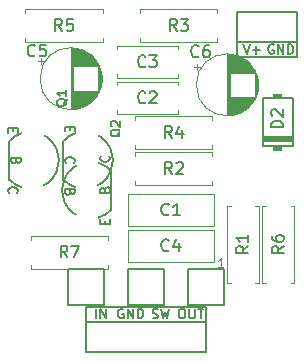
<source format=gto>
G04 #@! TF.GenerationSoftware,KiCad,Pcbnew,6.0.0+dfsg1-2*
G04 #@! TF.CreationDate,2022-01-11T20:51:10+02:00*
G04 #@! TF.ProjectId,cabeza-de-carne,63616265-7a61-42d6-9465-2d6361726e65,rev?*
G04 #@! TF.SameCoordinates,Original*
G04 #@! TF.FileFunction,Legend,Top*
G04 #@! TF.FilePolarity,Positive*
%FSLAX46Y46*%
G04 Gerber Fmt 4.6, Leading zero omitted, Abs format (unit mm)*
G04 Created by KiCad (PCBNEW 6.0.0+dfsg1-2) date 2022-01-11 20:51:10*
%MOMM*%
%LPD*%
G01*
G04 APERTURE LIST*
%ADD10C,0.150000*%
%ADD11C,0.100000*%
%ADD12C,0.152400*%
%ADD13C,0.127000*%
%ADD14C,0.120000*%
%ADD15O,1.930400X1.930400*%
%ADD16R,1.930400X1.930400*%
%ADD17R,2.000000X2.000000*%
%ADD18O,2.000000X2.000000*%
%ADD19C,1.800000*%
%ADD20R,1.800000X1.800000*%
%ADD21O,2.540000X2.540000*%
%ADD22R,2.540000X2.540000*%
%ADD23O,1.600000X1.600000*%
%ADD24C,1.600000*%
%ADD25R,1.600000X1.600000*%
G04 APERTURE END LIST*
D10*
X235483295Y43645709D02*
X235445200Y43569519D01*
X235369009Y43493328D01*
X235254723Y43379042D01*
X235216628Y43302852D01*
X235216628Y43226661D01*
X235407104Y43264757D02*
X235369009Y43188566D01*
X235292819Y43112376D01*
X235140438Y43074280D01*
X234873771Y43074280D01*
X234721390Y43112376D01*
X234645200Y43188566D01*
X234607104Y43264757D01*
X234607104Y43417138D01*
X234645200Y43493328D01*
X234721390Y43569519D01*
X234873771Y43607614D01*
X235140438Y43607614D01*
X235292819Y43569519D01*
X235369009Y43493328D01*
X235407104Y43417138D01*
X235407104Y43264757D01*
X234683295Y43912376D02*
X234645200Y43950471D01*
X234607104Y44026661D01*
X234607104Y44217138D01*
X234645200Y44293328D01*
X234683295Y44331423D01*
X234759485Y44369519D01*
X234835676Y44369519D01*
X234949961Y44331423D01*
X235407104Y43874280D01*
X235407104Y44369519D01*
X234422914Y41421019D02*
X234461009Y41382923D01*
X234499104Y41268638D01*
X234499104Y41192447D01*
X234461009Y41078161D01*
X234384819Y41001971D01*
X234308628Y40963876D01*
X234156247Y40925780D01*
X234041961Y40925780D01*
X233889580Y40963876D01*
X233813390Y41001971D01*
X233737200Y41078161D01*
X233699104Y41192447D01*
X233699104Y41268638D01*
X233737200Y41382923D01*
X233775295Y41421019D01*
X234080057Y38563542D02*
X234118152Y38677828D01*
X234156247Y38715923D01*
X234232438Y38754019D01*
X234346723Y38754019D01*
X234422914Y38715923D01*
X234461009Y38677828D01*
X234499104Y38601638D01*
X234499104Y38296876D01*
X233699104Y38296876D01*
X233699104Y38563542D01*
X233737200Y38639733D01*
X233775295Y38677828D01*
X233851485Y38715923D01*
X233927676Y38715923D01*
X234003866Y38677828D01*
X234041961Y38639733D01*
X234080057Y38563542D01*
X234080057Y38296876D01*
X234080057Y35667971D02*
X234080057Y35934638D01*
X234499104Y36048923D02*
X234499104Y35667971D01*
X233699104Y35667971D01*
X233699104Y36048923D01*
X231146342Y43884828D02*
X231146342Y43618161D01*
X230727295Y43503876D02*
X230727295Y43884828D01*
X231527295Y43884828D01*
X231527295Y43503876D01*
X230803485Y40798780D02*
X230765390Y40836876D01*
X230727295Y40951161D01*
X230727295Y41027352D01*
X230765390Y41141638D01*
X230841580Y41217828D01*
X230917771Y41255923D01*
X231070152Y41294019D01*
X231184438Y41294019D01*
X231336819Y41255923D01*
X231413009Y41217828D01*
X231489200Y41141638D01*
X231527295Y41027352D01*
X231527295Y40951161D01*
X231489200Y40836876D01*
X231451104Y40798780D01*
X231146342Y38322257D02*
X231108247Y38207971D01*
X231070152Y38169876D01*
X230993961Y38131780D01*
X230879676Y38131780D01*
X230803485Y38169876D01*
X230765390Y38207971D01*
X230727295Y38284161D01*
X230727295Y38588923D01*
X231527295Y38588923D01*
X231527295Y38322257D01*
X231489200Y38246066D01*
X231451104Y38207971D01*
X231374914Y38169876D01*
X231298723Y38169876D01*
X231222533Y38207971D01*
X231184438Y38246066D01*
X231146342Y38322257D01*
X231146342Y38588923D01*
X249169180Y43838904D02*
X248169180Y43838904D01*
X248169180Y44077000D01*
X248216800Y44219857D01*
X248312038Y44315095D01*
X248407276Y44362714D01*
X248597752Y44410333D01*
X248740609Y44410333D01*
X248931085Y44362714D01*
X249026323Y44315095D01*
X249121561Y44219857D01*
X249169180Y44077000D01*
X249169180Y43838904D01*
X248264419Y44791285D02*
X248216800Y44838904D01*
X248169180Y44934142D01*
X248169180Y45172238D01*
X248216800Y45267476D01*
X248264419Y45315095D01*
X248359657Y45362714D01*
X248454895Y45362714D01*
X248597752Y45315095D01*
X249169180Y44743666D01*
X249169180Y45362714D01*
D11*
X244124118Y31972188D02*
X243682883Y31972188D01*
X243903501Y31972188D02*
X243903501Y32744348D01*
X243829961Y32634039D01*
X243756422Y32560500D01*
X243682883Y32523731D01*
D10*
X230922533Y32813320D02*
X230589200Y33289510D01*
X230351104Y32813320D02*
X230351104Y33813320D01*
X230732057Y33813320D01*
X230827295Y33765701D01*
X230874914Y33718081D01*
X230922533Y33622843D01*
X230922533Y33479986D01*
X230874914Y33384748D01*
X230827295Y33337129D01*
X230732057Y33289510D01*
X230351104Y33289510D01*
X231255866Y33813320D02*
X231922533Y33813320D01*
X231493961Y32813320D01*
X249219980Y33767733D02*
X248743790Y33434400D01*
X249219980Y33196304D02*
X248219980Y33196304D01*
X248219980Y33577257D01*
X248267600Y33672495D01*
X248315219Y33720114D01*
X248410457Y33767733D01*
X248553314Y33767733D01*
X248648552Y33720114D01*
X248696171Y33672495D01*
X248743790Y33577257D01*
X248743790Y33196304D01*
X248219980Y34624876D02*
X248219980Y34434400D01*
X248267600Y34339161D01*
X248315219Y34291542D01*
X248458076Y34196304D01*
X248648552Y34148685D01*
X249029504Y34148685D01*
X249124742Y34196304D01*
X249172361Y34243923D01*
X249219980Y34339161D01*
X249219980Y34529638D01*
X249172361Y34624876D01*
X249124742Y34672495D01*
X249029504Y34720114D01*
X248791409Y34720114D01*
X248696171Y34672495D01*
X248648552Y34624876D01*
X248600933Y34529638D01*
X248600933Y34339161D01*
X248648552Y34243923D01*
X248696171Y34196304D01*
X248791409Y34148685D01*
X230465333Y51998619D02*
X230132000Y52474809D01*
X229893904Y51998619D02*
X229893904Y52998619D01*
X230274857Y52998619D01*
X230370095Y52951000D01*
X230417714Y52903380D01*
X230465333Y52808142D01*
X230465333Y52665285D01*
X230417714Y52570047D01*
X230370095Y52522428D01*
X230274857Y52474809D01*
X229893904Y52474809D01*
X231370095Y52998619D02*
X230893904Y52998619D01*
X230846285Y52522428D01*
X230893904Y52570047D01*
X230989142Y52617666D01*
X231227238Y52617666D01*
X231322476Y52570047D01*
X231370095Y52522428D01*
X231417714Y52427190D01*
X231417714Y52189095D01*
X231370095Y52093857D01*
X231322476Y52046238D01*
X231227238Y51998619D01*
X230989142Y51998619D01*
X230893904Y52046238D01*
X230846285Y52093857D01*
X239761733Y42930819D02*
X239428400Y43407009D01*
X239190304Y42930819D02*
X239190304Y43930819D01*
X239571257Y43930819D01*
X239666495Y43883200D01*
X239714114Y43835580D01*
X239761733Y43740342D01*
X239761733Y43597485D01*
X239714114Y43502247D01*
X239666495Y43454628D01*
X239571257Y43407009D01*
X239190304Y43407009D01*
X240618876Y43597485D02*
X240618876Y42930819D01*
X240380780Y43978438D02*
X240142685Y43264152D01*
X240761733Y43264152D01*
X240180833Y51998619D02*
X239847500Y52474809D01*
X239609404Y51998619D02*
X239609404Y52998619D01*
X239990357Y52998619D01*
X240085595Y52951000D01*
X240133214Y52903380D01*
X240180833Y52808142D01*
X240180833Y52665285D01*
X240133214Y52570047D01*
X240085595Y52522428D01*
X239990357Y52474809D01*
X239609404Y52474809D01*
X240514166Y52998619D02*
X241133214Y52998619D01*
X240799880Y52617666D01*
X240942738Y52617666D01*
X241037976Y52570047D01*
X241085595Y52522428D01*
X241133214Y52427190D01*
X241133214Y52189095D01*
X241085595Y52093857D01*
X241037976Y52046238D01*
X240942738Y51998619D01*
X240657023Y51998619D01*
X240561785Y52046238D01*
X240514166Y52093857D01*
X239761733Y39882819D02*
X239428400Y40359009D01*
X239190304Y39882819D02*
X239190304Y40882819D01*
X239571257Y40882819D01*
X239666495Y40835200D01*
X239714114Y40787580D01*
X239761733Y40692342D01*
X239761733Y40549485D01*
X239714114Y40454247D01*
X239666495Y40406628D01*
X239571257Y40359009D01*
X239190304Y40359009D01*
X240142685Y40787580D02*
X240190304Y40835200D01*
X240285542Y40882819D01*
X240523638Y40882819D01*
X240618876Y40835200D01*
X240666495Y40787580D01*
X240714114Y40692342D01*
X240714114Y40597104D01*
X240666495Y40454247D01*
X240095066Y39882819D01*
X240714114Y39882819D01*
X246222780Y33767733D02*
X245746590Y33434400D01*
X246222780Y33196304D02*
X245222780Y33196304D01*
X245222780Y33577257D01*
X245270400Y33672495D01*
X245318019Y33720114D01*
X245413257Y33767733D01*
X245556114Y33767733D01*
X245651352Y33720114D01*
X245698971Y33672495D01*
X245746590Y33577257D01*
X245746590Y33196304D01*
X246222780Y34720114D02*
X246222780Y34148685D01*
X246222780Y34434400D02*
X245222780Y34434400D01*
X245365638Y34339161D01*
X245460876Y34243923D01*
X245508495Y34148685D01*
X230911295Y46236509D02*
X230873200Y46160319D01*
X230797009Y46084128D01*
X230682723Y45969842D01*
X230644628Y45893652D01*
X230644628Y45817461D01*
X230835104Y45855557D02*
X230797009Y45779366D01*
X230720819Y45703176D01*
X230568438Y45665080D01*
X230301771Y45665080D01*
X230149390Y45703176D01*
X230073200Y45779366D01*
X230035104Y45855557D01*
X230035104Y46007938D01*
X230073200Y46084128D01*
X230149390Y46160319D01*
X230301771Y46198414D01*
X230568438Y46198414D01*
X230720819Y46160319D01*
X230797009Y46084128D01*
X230835104Y46007938D01*
X230835104Y45855557D01*
X230835104Y46960319D02*
X230835104Y46503176D01*
X230835104Y46731747D02*
X230035104Y46731747D01*
X230149390Y46655557D01*
X230225580Y46579366D01*
X230263676Y46503176D01*
X226574342Y40989257D02*
X226536247Y40874971D01*
X226498152Y40836876D01*
X226421961Y40798780D01*
X226307676Y40798780D01*
X226231485Y40836876D01*
X226193390Y40874971D01*
X226155295Y40951161D01*
X226155295Y41255923D01*
X226955295Y41255923D01*
X226955295Y40989257D01*
X226917200Y40913066D01*
X226879104Y40874971D01*
X226802914Y40836876D01*
X226726723Y40836876D01*
X226650533Y40874971D01*
X226612438Y40913066D01*
X226574342Y40989257D01*
X226574342Y41255923D01*
X225977485Y38258780D02*
X225939390Y38296876D01*
X225901295Y38411161D01*
X225901295Y38487352D01*
X225939390Y38601638D01*
X226015580Y38677828D01*
X226091771Y38715923D01*
X226244152Y38754019D01*
X226358438Y38754019D01*
X226510819Y38715923D01*
X226587009Y38677828D01*
X226663200Y38601638D01*
X226701295Y38487352D01*
X226701295Y38411161D01*
X226663200Y38296876D01*
X226625104Y38258780D01*
X226320342Y43757828D02*
X226320342Y43491161D01*
X225901295Y43376876D02*
X225901295Y43757828D01*
X226701295Y43757828D01*
X226701295Y43376876D01*
X245821295Y50882495D02*
X246087961Y50082495D01*
X246354628Y50882495D01*
X246621295Y50387257D02*
X247230819Y50387257D01*
X246926057Y50082495D02*
X246926057Y50692019D01*
X248373976Y50819000D02*
X248297785Y50857095D01*
X248183500Y50857095D01*
X248069214Y50819000D01*
X247993023Y50742809D01*
X247954928Y50666619D01*
X247916833Y50514238D01*
X247916833Y50399952D01*
X247954928Y50247571D01*
X247993023Y50171380D01*
X248069214Y50095190D01*
X248183500Y50057095D01*
X248259690Y50057095D01*
X248373976Y50095190D01*
X248412071Y50133285D01*
X248412071Y50399952D01*
X248259690Y50399952D01*
X248754928Y50057095D02*
X248754928Y50857095D01*
X249212071Y50057095D01*
X249212071Y50857095D01*
X249593023Y50057095D02*
X249593023Y50857095D01*
X249783500Y50857095D01*
X249897785Y50819000D01*
X249973976Y50742809D01*
X250012071Y50666619D01*
X250050166Y50514238D01*
X250050166Y50399952D01*
X250012071Y50247571D01*
X249973976Y50171380D01*
X249897785Y50095190D01*
X249783500Y50057095D01*
X249593023Y50057095D01*
X240550800Y28454295D02*
X240703180Y28454295D01*
X240779371Y28416200D01*
X240855561Y28340009D01*
X240893657Y28187628D01*
X240893657Y27920961D01*
X240855561Y27768580D01*
X240779371Y27692390D01*
X240703180Y27654295D01*
X240550800Y27654295D01*
X240474609Y27692390D01*
X240398419Y27768580D01*
X240360323Y27920961D01*
X240360323Y28187628D01*
X240398419Y28340009D01*
X240474609Y28416200D01*
X240550800Y28454295D01*
X241236514Y28454295D02*
X241236514Y27806676D01*
X241274609Y27730485D01*
X241312704Y27692390D01*
X241388895Y27654295D01*
X241541276Y27654295D01*
X241617466Y27692390D01*
X241655561Y27730485D01*
X241693657Y27806676D01*
X241693657Y28454295D01*
X241960323Y28454295D02*
X242417466Y28454295D01*
X242188895Y27654295D02*
X242188895Y28454295D01*
X238125085Y27692390D02*
X238239371Y27654295D01*
X238429847Y27654295D01*
X238506038Y27692390D01*
X238544133Y27730485D01*
X238582228Y27806676D01*
X238582228Y27882866D01*
X238544133Y27959057D01*
X238506038Y27997152D01*
X238429847Y28035247D01*
X238277466Y28073342D01*
X238201276Y28111438D01*
X238163180Y28149533D01*
X238125085Y28225723D01*
X238125085Y28301914D01*
X238163180Y28378104D01*
X238201276Y28416200D01*
X238277466Y28454295D01*
X238467942Y28454295D01*
X238582228Y28416200D01*
X238848895Y28454295D02*
X239039371Y27654295D01*
X239191752Y28225723D01*
X239344133Y27654295D01*
X239534609Y28454295D01*
X235661276Y28416200D02*
X235585085Y28454295D01*
X235470800Y28454295D01*
X235356514Y28416200D01*
X235280323Y28340009D01*
X235242228Y28263819D01*
X235204133Y28111438D01*
X235204133Y27997152D01*
X235242228Y27844771D01*
X235280323Y27768580D01*
X235356514Y27692390D01*
X235470800Y27654295D01*
X235546990Y27654295D01*
X235661276Y27692390D01*
X235699371Y27730485D01*
X235699371Y27997152D01*
X235546990Y27997152D01*
X236042228Y27654295D02*
X236042228Y28454295D01*
X236499371Y27654295D01*
X236499371Y28454295D01*
X236880323Y27654295D02*
X236880323Y28454295D01*
X237070800Y28454295D01*
X237185085Y28416200D01*
X237261276Y28340009D01*
X237299371Y28263819D01*
X237337466Y28111438D01*
X237337466Y27997152D01*
X237299371Y27844771D01*
X237261276Y27768580D01*
X237185085Y27692390D01*
X237070800Y27654295D01*
X236880323Y27654295D01*
X233311752Y27654295D02*
X233311752Y28454295D01*
X233692704Y27654295D02*
X233692704Y28454295D01*
X234149847Y27654295D01*
X234149847Y28454295D01*
X242022333Y49871357D02*
X241974714Y49823738D01*
X241831857Y49776119D01*
X241736619Y49776119D01*
X241593761Y49823738D01*
X241498523Y49918976D01*
X241450904Y50014214D01*
X241403285Y50204690D01*
X241403285Y50347547D01*
X241450904Y50538023D01*
X241498523Y50633261D01*
X241593761Y50728500D01*
X241736619Y50776119D01*
X241831857Y50776119D01*
X241974714Y50728500D01*
X242022333Y50680880D01*
X242879476Y50776119D02*
X242689000Y50776119D01*
X242593761Y50728500D01*
X242546142Y50680880D01*
X242450904Y50538023D01*
X242403285Y50347547D01*
X242403285Y49966595D01*
X242450904Y49871357D01*
X242498523Y49823738D01*
X242593761Y49776119D01*
X242784238Y49776119D01*
X242879476Y49823738D01*
X242927095Y49871357D01*
X242974714Y49966595D01*
X242974714Y50204690D01*
X242927095Y50299928D01*
X242879476Y50347547D01*
X242784238Y50395166D01*
X242593761Y50395166D01*
X242498523Y50347547D01*
X242450904Y50299928D01*
X242403285Y50204690D01*
X228179333Y49934857D02*
X228131714Y49887238D01*
X227988857Y49839619D01*
X227893619Y49839619D01*
X227750761Y49887238D01*
X227655523Y49982476D01*
X227607904Y50077714D01*
X227560285Y50268190D01*
X227560285Y50411047D01*
X227607904Y50601523D01*
X227655523Y50696761D01*
X227750761Y50792000D01*
X227893619Y50839619D01*
X227988857Y50839619D01*
X228131714Y50792000D01*
X228179333Y50744380D01*
X229084095Y50839619D02*
X228607904Y50839619D01*
X228560285Y50363428D01*
X228607904Y50411047D01*
X228703142Y50458666D01*
X228941238Y50458666D01*
X229036476Y50411047D01*
X229084095Y50363428D01*
X229131714Y50268190D01*
X229131714Y50030095D01*
X229084095Y49934857D01*
X229036476Y49887238D01*
X228941238Y49839619D01*
X228703142Y49839619D01*
X228607904Y49887238D01*
X228560285Y49934857D01*
X239495033Y33437557D02*
X239447414Y33389938D01*
X239304557Y33342319D01*
X239209319Y33342319D01*
X239066461Y33389938D01*
X238971223Y33485176D01*
X238923604Y33580414D01*
X238875985Y33770890D01*
X238875985Y33913747D01*
X238923604Y34104223D01*
X238971223Y34199461D01*
X239066461Y34294700D01*
X239209319Y34342319D01*
X239304557Y34342319D01*
X239447414Y34294700D01*
X239495033Y34247080D01*
X240352176Y34008985D02*
X240352176Y33342319D01*
X240114080Y34389938D02*
X239875985Y33675652D01*
X240495033Y33675652D01*
X237513833Y49020457D02*
X237466214Y48972838D01*
X237323357Y48925219D01*
X237228119Y48925219D01*
X237085261Y48972838D01*
X236990023Y49068076D01*
X236942404Y49163314D01*
X236894785Y49353790D01*
X236894785Y49496647D01*
X236942404Y49687123D01*
X236990023Y49782361D01*
X237085261Y49877600D01*
X237228119Y49925219D01*
X237323357Y49925219D01*
X237466214Y49877600D01*
X237513833Y49829980D01*
X237847166Y49925219D02*
X238466214Y49925219D01*
X238132880Y49544266D01*
X238275738Y49544266D01*
X238370976Y49496647D01*
X238418595Y49449028D01*
X238466214Y49353790D01*
X238466214Y49115695D01*
X238418595Y49020457D01*
X238370976Y48972838D01*
X238275738Y48925219D01*
X237990023Y48925219D01*
X237894785Y48972838D01*
X237847166Y49020457D01*
X237513833Y45972457D02*
X237466214Y45924838D01*
X237323357Y45877219D01*
X237228119Y45877219D01*
X237085261Y45924838D01*
X236990023Y46020076D01*
X236942404Y46115314D01*
X236894785Y46305790D01*
X236894785Y46448647D01*
X236942404Y46639123D01*
X236990023Y46734361D01*
X237085261Y46829600D01*
X237228119Y46877219D01*
X237323357Y46877219D01*
X237466214Y46829600D01*
X237513833Y46781980D01*
X237894785Y46781980D02*
X237942404Y46829600D01*
X238037642Y46877219D01*
X238275738Y46877219D01*
X238370976Y46829600D01*
X238418595Y46781980D01*
X238466214Y46686742D01*
X238466214Y46591504D01*
X238418595Y46448647D01*
X237847166Y45877219D01*
X238466214Y45877219D01*
X239495033Y36472857D02*
X239447414Y36425238D01*
X239304557Y36377619D01*
X239209319Y36377619D01*
X239066461Y36425238D01*
X238971223Y36520476D01*
X238923604Y36615714D01*
X238875985Y36806190D01*
X238875985Y36949047D01*
X238923604Y37139523D01*
X238971223Y37234761D01*
X239066461Y37330000D01*
X239209319Y37377619D01*
X239304557Y37377619D01*
X239447414Y37330000D01*
X239495033Y37282380D01*
X240447414Y36377619D02*
X239875985Y36377619D01*
X240161700Y36377619D02*
X240161700Y37377619D01*
X240066461Y37234761D01*
X239971223Y37139523D01*
X239875985Y37091904D01*
D12*
X234645217Y36875100D02*
X234645217Y40137100D01*
X230657417Y39475300D02*
G75*
G03*
X230657417Y37536900I2209800J-969200D01*
G01*
X234645218Y40137101D02*
G75*
G03*
X230657417Y39475000I-1778018J-1631301D01*
G01*
X230657418Y37537201D02*
G75*
G03*
X234645217Y36875100I2209782J969199D01*
G01*
X234568983Y40077500D02*
G75*
G03*
X234568983Y42015900I-2209800J969200D01*
G01*
X234568982Y42015599D02*
G75*
G03*
X230581183Y42677700I-2209782J-969199D01*
G01*
X230581182Y39415699D02*
G75*
G03*
X234568983Y40077800I1778018J1631301D01*
G01*
X230581183Y42677700D02*
X230581183Y39415700D01*
X249986800Y46291500D02*
X249986800Y42227500D01*
X249986800Y46291500D02*
X247446800Y46291500D01*
X247446800Y42227500D02*
X247446800Y46291500D01*
X247446800Y42227500D02*
X249986800Y42227500D01*
G36*
X249986800Y42608500D02*
G01*
X247446800Y42608500D01*
X247446800Y43116500D01*
X249986800Y43116500D01*
X249986800Y42608500D01*
G37*
G36*
X249097800Y41846500D02*
G01*
X248335800Y41846500D01*
X248335800Y42227500D01*
X249097800Y42227500D01*
X249097800Y41846500D01*
G37*
G36*
X249097800Y46291500D02*
G01*
X248335800Y46291500D01*
X248335800Y46672500D01*
X249097800Y46672500D01*
X249097800Y46291500D01*
G37*
D13*
X244157501Y28765499D02*
X244157501Y31813499D01*
X241109501Y28765499D02*
X244157501Y28765499D01*
X241109501Y31813499D02*
X241109501Y28765499D01*
X239077501Y28765499D02*
X239077501Y31813499D01*
X236029501Y28765499D02*
X239077501Y28765499D01*
X236029501Y31813499D02*
X236029501Y28765499D01*
X233997501Y28765499D02*
X233997501Y31813499D01*
X230949501Y28765499D02*
X233997501Y28765499D01*
X230949501Y31813499D02*
X230949501Y28765499D01*
X241109501Y31813499D02*
X244157501Y31813499D01*
X236029501Y31813499D02*
X239077501Y31813499D01*
X230949501Y31813499D02*
X233997501Y31813499D01*
D14*
X227819200Y34593200D02*
X227819200Y34263200D01*
X234359200Y34593200D02*
X227819200Y34593200D01*
X234359200Y34263200D02*
X234359200Y34593200D01*
X227819200Y31853200D02*
X227819200Y32183200D01*
X234359200Y31853200D02*
X227819200Y31853200D01*
X234359200Y32183200D02*
X234359200Y31853200D01*
X250137600Y37204400D02*
X249807600Y37204400D01*
X250137600Y30664400D02*
X250137600Y37204400D01*
X249807600Y30664400D02*
X250137600Y30664400D01*
X247397600Y37204400D02*
X247727600Y37204400D01*
X247397600Y30664400D02*
X247397600Y37204400D01*
X247727600Y30664400D02*
X247397600Y30664400D01*
X233902000Y51081000D02*
X233902000Y51411000D01*
X227362000Y51081000D02*
X233902000Y51081000D01*
X227362000Y51411000D02*
X227362000Y51081000D01*
X233902000Y53821000D02*
X233902000Y53491000D01*
X227362000Y53821000D02*
X233902000Y53821000D01*
X227362000Y53491000D02*
X227362000Y53821000D01*
X243198400Y42013200D02*
X243198400Y42343200D01*
X236658400Y42013200D02*
X243198400Y42013200D01*
X236658400Y42343200D02*
X236658400Y42013200D01*
X243198400Y44753200D02*
X243198400Y44423200D01*
X236658400Y44753200D02*
X243198400Y44753200D01*
X236658400Y44423200D02*
X236658400Y44753200D01*
X237077500Y53821000D02*
X237077500Y53491000D01*
X243617500Y53821000D02*
X237077500Y53821000D01*
X243617500Y53491000D02*
X243617500Y53821000D01*
X237077500Y51081000D02*
X237077500Y51411000D01*
X243617500Y51081000D02*
X237077500Y51081000D01*
X243617500Y51411000D02*
X243617500Y51081000D01*
X236658400Y41705200D02*
X236658400Y41375200D01*
X243198400Y41705200D02*
X236658400Y41705200D01*
X243198400Y41375200D02*
X243198400Y41705200D01*
X236658400Y38965200D02*
X236658400Y39295200D01*
X243198400Y38965200D02*
X236658400Y38965200D01*
X243198400Y39295200D02*
X243198400Y38965200D01*
X244400400Y30664400D02*
X244730400Y30664400D01*
X244400400Y37204400D02*
X244400400Y30664400D01*
X244730400Y37204400D02*
X244400400Y37204400D01*
X247140400Y30664400D02*
X246810400Y30664400D01*
X247140400Y37204400D02*
X247140400Y30664400D01*
X246810400Y37204400D02*
X247140400Y37204400D01*
D12*
X226009183Y42677700D02*
X226009183Y39415700D01*
X226009182Y39415699D02*
G75*
G03*
X229996983Y40077800I1778018J1631301D01*
G01*
X229996982Y42015599D02*
G75*
G03*
X226009183Y42677700I-2209782J-969199D01*
G01*
X229996983Y40077500D02*
G75*
G03*
X229996983Y42015900I-2209800J969200D01*
G01*
D13*
X245237000Y53594000D02*
X250317000Y53594000D01*
X250317000Y51054000D02*
X245237000Y51054000D01*
X245237000Y51054000D02*
X245237000Y53594000D01*
X250317000Y51054000D02*
X250317000Y53594000D01*
X250317000Y49784000D02*
X245237000Y49784000D01*
X245237000Y49784000D02*
X245237000Y51054000D01*
X250317000Y49784000D02*
X250317000Y51054000D01*
X242620800Y27381200D02*
X242620800Y28651200D01*
X232460800Y27381200D02*
X232460800Y28651200D01*
X242620800Y28651200D02*
X232460800Y28651200D01*
X242620800Y24841200D02*
X242620800Y27381200D01*
X232460800Y24841200D02*
X232460800Y27381200D01*
X242620800Y24841200D02*
X232460800Y24841200D01*
X232460800Y27381200D02*
X242620800Y27381200D01*
D14*
X241900225Y49159500D02*
X241900225Y48659500D01*
X241650225Y48909500D02*
X242150225Y48909500D01*
X247056000Y47718500D02*
X247056000Y47150500D01*
X247016000Y47952500D02*
X247016000Y46916500D01*
X246976000Y48111500D02*
X246976000Y46757500D01*
X246936000Y48239500D02*
X246936000Y46629500D01*
X246896000Y48349500D02*
X246896000Y46519500D01*
X246856000Y48445500D02*
X246856000Y46423500D01*
X246816000Y48532500D02*
X246816000Y46336500D01*
X246776000Y48612500D02*
X246776000Y46256500D01*
X246736000Y46394500D02*
X246736000Y46183500D01*
X246736000Y48685500D02*
X246736000Y48474500D01*
X246696000Y46394500D02*
X246696000Y46115500D01*
X246696000Y48753500D02*
X246696000Y48474500D01*
X246656000Y46394500D02*
X246656000Y46051500D01*
X246656000Y48817500D02*
X246656000Y48474500D01*
X246616000Y46394500D02*
X246616000Y45991500D01*
X246616000Y48877500D02*
X246616000Y48474500D01*
X246576000Y46394500D02*
X246576000Y45934500D01*
X246576000Y48934500D02*
X246576000Y48474500D01*
X246536000Y46394500D02*
X246536000Y45880500D01*
X246536000Y48988500D02*
X246536000Y48474500D01*
X246496000Y46394500D02*
X246496000Y45829500D01*
X246496000Y49039500D02*
X246496000Y48474500D01*
X246456000Y46394500D02*
X246456000Y45781500D01*
X246456000Y49087500D02*
X246456000Y48474500D01*
X246416000Y46394500D02*
X246416000Y45735500D01*
X246416000Y49133500D02*
X246416000Y48474500D01*
X246376000Y46394500D02*
X246376000Y45691500D01*
X246376000Y49177500D02*
X246376000Y48474500D01*
X246336000Y46394500D02*
X246336000Y45649500D01*
X246336000Y49219500D02*
X246336000Y48474500D01*
X246296000Y46394500D02*
X246296000Y45608500D01*
X246296000Y49260500D02*
X246296000Y48474500D01*
X246256000Y46394500D02*
X246256000Y45570500D01*
X246256000Y49298500D02*
X246256000Y48474500D01*
X246216000Y46394500D02*
X246216000Y45533500D01*
X246216000Y49335500D02*
X246216000Y48474500D01*
X246176000Y46394500D02*
X246176000Y45497500D01*
X246176000Y49371500D02*
X246176000Y48474500D01*
X246136000Y46394500D02*
X246136000Y45463500D01*
X246136000Y49405500D02*
X246136000Y48474500D01*
X246096000Y46394500D02*
X246096000Y45430500D01*
X246096000Y49438500D02*
X246096000Y48474500D01*
X246056000Y46394500D02*
X246056000Y45399500D01*
X246056000Y49469500D02*
X246056000Y48474500D01*
X246016000Y46394500D02*
X246016000Y45369500D01*
X246016000Y49499500D02*
X246016000Y48474500D01*
X245976000Y46394500D02*
X245976000Y45339500D01*
X245976000Y49529500D02*
X245976000Y48474500D01*
X245936000Y46394500D02*
X245936000Y45312500D01*
X245936000Y49556500D02*
X245936000Y48474500D01*
X245896000Y46394500D02*
X245896000Y45285500D01*
X245896000Y49583500D02*
X245896000Y48474500D01*
X245856000Y46394500D02*
X245856000Y45259500D01*
X245856000Y49609500D02*
X245856000Y48474500D01*
X245816000Y46394500D02*
X245816000Y45234500D01*
X245816000Y49634500D02*
X245816000Y48474500D01*
X245776000Y46394500D02*
X245776000Y45210500D01*
X245776000Y49658500D02*
X245776000Y48474500D01*
X245736000Y46394500D02*
X245736000Y45187500D01*
X245736000Y49681500D02*
X245736000Y48474500D01*
X245696000Y46394500D02*
X245696000Y45166500D01*
X245696000Y49702500D02*
X245696000Y48474500D01*
X245656000Y46394500D02*
X245656000Y45144500D01*
X245656000Y49724500D02*
X245656000Y48474500D01*
X245616000Y46394500D02*
X245616000Y45124500D01*
X245616000Y49744500D02*
X245616000Y48474500D01*
X245576000Y46394500D02*
X245576000Y45105500D01*
X245576000Y49763500D02*
X245576000Y48474500D01*
X245536000Y46394500D02*
X245536000Y45086500D01*
X245536000Y49782500D02*
X245536000Y48474500D01*
X245496000Y46394500D02*
X245496000Y45069500D01*
X245496000Y49799500D02*
X245496000Y48474500D01*
X245456000Y46394500D02*
X245456000Y45052500D01*
X245456000Y49816500D02*
X245456000Y48474500D01*
X245416000Y46394500D02*
X245416000Y45036500D01*
X245416000Y49832500D02*
X245416000Y48474500D01*
X245376000Y46394500D02*
X245376000Y45020500D01*
X245376000Y49848500D02*
X245376000Y48474500D01*
X245336000Y46394500D02*
X245336000Y45006500D01*
X245336000Y49862500D02*
X245336000Y48474500D01*
X245296000Y46394500D02*
X245296000Y44992500D01*
X245296000Y49876500D02*
X245296000Y48474500D01*
X245256000Y46394500D02*
X245256000Y44979500D01*
X245256000Y49889500D02*
X245256000Y48474500D01*
X245216000Y46394500D02*
X245216000Y44966500D01*
X245216000Y49902500D02*
X245216000Y48474500D01*
X245176000Y46394500D02*
X245176000Y44954500D01*
X245176000Y49914500D02*
X245176000Y48474500D01*
X245135000Y46394500D02*
X245135000Y44943500D01*
X245135000Y49925500D02*
X245135000Y48474500D01*
X245095000Y46394500D02*
X245095000Y44933500D01*
X245095000Y49935500D02*
X245095000Y48474500D01*
X245055000Y46394500D02*
X245055000Y44923500D01*
X245055000Y49945500D02*
X245055000Y48474500D01*
X245015000Y46394500D02*
X245015000Y44914500D01*
X245015000Y49954500D02*
X245015000Y48474500D01*
X244975000Y46394500D02*
X244975000Y44906500D01*
X244975000Y49962500D02*
X244975000Y48474500D01*
X244935000Y46394500D02*
X244935000Y44898500D01*
X244935000Y49970500D02*
X244935000Y48474500D01*
X244895000Y46394500D02*
X244895000Y44891500D01*
X244895000Y49977500D02*
X244895000Y48474500D01*
X244855000Y46394500D02*
X244855000Y44884500D01*
X244855000Y49984500D02*
X244855000Y48474500D01*
X244815000Y46394500D02*
X244815000Y44878500D01*
X244815000Y49990500D02*
X244815000Y48474500D01*
X244775000Y46394500D02*
X244775000Y44873500D01*
X244775000Y49995500D02*
X244775000Y48474500D01*
X244735000Y46394500D02*
X244735000Y44869500D01*
X244735000Y49999500D02*
X244735000Y48474500D01*
X244695000Y46394500D02*
X244695000Y44865500D01*
X244695000Y50003500D02*
X244695000Y48474500D01*
X244655000Y50007500D02*
X244655000Y44861500D01*
X244615000Y50010500D02*
X244615000Y44858500D01*
X244575000Y50012500D02*
X244575000Y44856500D01*
X244535000Y50013500D02*
X244535000Y44855500D01*
X244495000Y50014500D02*
X244495000Y44854500D01*
X244455000Y50014500D02*
X244455000Y44854500D01*
X247075000Y47434500D02*
G75*
G03*
X247075000Y47434500I-2620000J0D01*
G01*
X228666825Y49680200D02*
X228666825Y49180200D01*
X228416825Y49430200D02*
X228916825Y49430200D01*
X233822600Y48239200D02*
X233822600Y47671200D01*
X233782600Y48473200D02*
X233782600Y47437200D01*
X233742600Y48632200D02*
X233742600Y47278200D01*
X233702600Y48760200D02*
X233702600Y47150200D01*
X233662600Y48870200D02*
X233662600Y47040200D01*
X233622600Y48966200D02*
X233622600Y46944200D01*
X233582600Y49053200D02*
X233582600Y46857200D01*
X233542600Y49133200D02*
X233542600Y46777200D01*
X233502600Y46915200D02*
X233502600Y46704200D01*
X233502600Y49206200D02*
X233502600Y48995200D01*
X233462600Y46915200D02*
X233462600Y46636200D01*
X233462600Y49274200D02*
X233462600Y48995200D01*
X233422600Y46915200D02*
X233422600Y46572200D01*
X233422600Y49338200D02*
X233422600Y48995200D01*
X233382600Y46915200D02*
X233382600Y46512200D01*
X233382600Y49398200D02*
X233382600Y48995200D01*
X233342600Y46915200D02*
X233342600Y46455200D01*
X233342600Y49455200D02*
X233342600Y48995200D01*
X233302600Y46915200D02*
X233302600Y46401200D01*
X233302600Y49509200D02*
X233302600Y48995200D01*
X233262600Y46915200D02*
X233262600Y46350200D01*
X233262600Y49560200D02*
X233262600Y48995200D01*
X233222600Y46915200D02*
X233222600Y46302200D01*
X233222600Y49608200D02*
X233222600Y48995200D01*
X233182600Y46915200D02*
X233182600Y46256200D01*
X233182600Y49654200D02*
X233182600Y48995200D01*
X233142600Y46915200D02*
X233142600Y46212200D01*
X233142600Y49698200D02*
X233142600Y48995200D01*
X233102600Y46915200D02*
X233102600Y46170200D01*
X233102600Y49740200D02*
X233102600Y48995200D01*
X233062600Y46915200D02*
X233062600Y46129200D01*
X233062600Y49781200D02*
X233062600Y48995200D01*
X233022600Y46915200D02*
X233022600Y46091200D01*
X233022600Y49819200D02*
X233022600Y48995200D01*
X232982600Y46915200D02*
X232982600Y46054200D01*
X232982600Y49856200D02*
X232982600Y48995200D01*
X232942600Y46915200D02*
X232942600Y46018200D01*
X232942600Y49892200D02*
X232942600Y48995200D01*
X232902600Y46915200D02*
X232902600Y45984200D01*
X232902600Y49926200D02*
X232902600Y48995200D01*
X232862600Y46915200D02*
X232862600Y45951200D01*
X232862600Y49959200D02*
X232862600Y48995200D01*
X232822600Y46915200D02*
X232822600Y45920200D01*
X232822600Y49990200D02*
X232822600Y48995200D01*
X232782600Y46915200D02*
X232782600Y45890200D01*
X232782600Y50020200D02*
X232782600Y48995200D01*
X232742600Y46915200D02*
X232742600Y45860200D01*
X232742600Y50050200D02*
X232742600Y48995200D01*
X232702600Y46915200D02*
X232702600Y45833200D01*
X232702600Y50077200D02*
X232702600Y48995200D01*
X232662600Y46915200D02*
X232662600Y45806200D01*
X232662600Y50104200D02*
X232662600Y48995200D01*
X232622600Y46915200D02*
X232622600Y45780200D01*
X232622600Y50130200D02*
X232622600Y48995200D01*
X232582600Y46915200D02*
X232582600Y45755200D01*
X232582600Y50155200D02*
X232582600Y48995200D01*
X232542600Y46915200D02*
X232542600Y45731200D01*
X232542600Y50179200D02*
X232542600Y48995200D01*
X232502600Y46915200D02*
X232502600Y45708200D01*
X232502600Y50202200D02*
X232502600Y48995200D01*
X232462600Y46915200D02*
X232462600Y45687200D01*
X232462600Y50223200D02*
X232462600Y48995200D01*
X232422600Y46915200D02*
X232422600Y45665200D01*
X232422600Y50245200D02*
X232422600Y48995200D01*
X232382600Y46915200D02*
X232382600Y45645200D01*
X232382600Y50265200D02*
X232382600Y48995200D01*
X232342600Y46915200D02*
X232342600Y45626200D01*
X232342600Y50284200D02*
X232342600Y48995200D01*
X232302600Y46915200D02*
X232302600Y45607200D01*
X232302600Y50303200D02*
X232302600Y48995200D01*
X232262600Y46915200D02*
X232262600Y45590200D01*
X232262600Y50320200D02*
X232262600Y48995200D01*
X232222600Y46915200D02*
X232222600Y45573200D01*
X232222600Y50337200D02*
X232222600Y48995200D01*
X232182600Y46915200D02*
X232182600Y45557200D01*
X232182600Y50353200D02*
X232182600Y48995200D01*
X232142600Y46915200D02*
X232142600Y45541200D01*
X232142600Y50369200D02*
X232142600Y48995200D01*
X232102600Y46915200D02*
X232102600Y45527200D01*
X232102600Y50383200D02*
X232102600Y48995200D01*
X232062600Y46915200D02*
X232062600Y45513200D01*
X232062600Y50397200D02*
X232062600Y48995200D01*
X232022600Y46915200D02*
X232022600Y45500200D01*
X232022600Y50410200D02*
X232022600Y48995200D01*
X231982600Y46915200D02*
X231982600Y45487200D01*
X231982600Y50423200D02*
X231982600Y48995200D01*
X231942600Y46915200D02*
X231942600Y45475200D01*
X231942600Y50435200D02*
X231942600Y48995200D01*
X231901600Y46915200D02*
X231901600Y45464200D01*
X231901600Y50446200D02*
X231901600Y48995200D01*
X231861600Y46915200D02*
X231861600Y45454200D01*
X231861600Y50456200D02*
X231861600Y48995200D01*
X231821600Y46915200D02*
X231821600Y45444200D01*
X231821600Y50466200D02*
X231821600Y48995200D01*
X231781600Y46915200D02*
X231781600Y45435200D01*
X231781600Y50475200D02*
X231781600Y48995200D01*
X231741600Y46915200D02*
X231741600Y45427200D01*
X231741600Y50483200D02*
X231741600Y48995200D01*
X231701600Y46915200D02*
X231701600Y45419200D01*
X231701600Y50491200D02*
X231701600Y48995200D01*
X231661600Y46915200D02*
X231661600Y45412200D01*
X231661600Y50498200D02*
X231661600Y48995200D01*
X231621600Y46915200D02*
X231621600Y45405200D01*
X231621600Y50505200D02*
X231621600Y48995200D01*
X231581600Y46915200D02*
X231581600Y45399200D01*
X231581600Y50511200D02*
X231581600Y48995200D01*
X231541600Y46915200D02*
X231541600Y45394200D01*
X231541600Y50516200D02*
X231541600Y48995200D01*
X231501600Y46915200D02*
X231501600Y45390200D01*
X231501600Y50520200D02*
X231501600Y48995200D01*
X231461600Y46915200D02*
X231461600Y45386200D01*
X231461600Y50524200D02*
X231461600Y48995200D01*
X231421600Y50528200D02*
X231421600Y45382200D01*
X231381600Y50531200D02*
X231381600Y45379200D01*
X231341600Y50533200D02*
X231341600Y45377200D01*
X231301600Y50534200D02*
X231301600Y45376200D01*
X231261600Y50535200D02*
X231261600Y45375200D01*
X231221600Y50535200D02*
X231221600Y45375200D01*
X233841600Y47955200D02*
G75*
G03*
X233841600Y47955200I-2620000J0D01*
G01*
X236081700Y32424700D02*
X236081700Y35164700D01*
X243321700Y32424700D02*
X243321700Y35164700D01*
X243321700Y35164700D02*
X236081700Y35164700D01*
X243321700Y32424700D02*
X236081700Y32424700D01*
X240324000Y48322600D02*
X240324000Y48007600D01*
X240324000Y50747600D02*
X240324000Y50432600D01*
X235084000Y48322600D02*
X235084000Y48007600D01*
X235084000Y50747600D02*
X235084000Y50432600D01*
X235084000Y48007600D02*
X240324000Y48007600D01*
X235084000Y50747600D02*
X240324000Y50747600D01*
X240324000Y45274600D02*
X240324000Y44959600D01*
X240324000Y47699600D02*
X240324000Y47384600D01*
X235084000Y45274600D02*
X235084000Y44959600D01*
X235084000Y47699600D02*
X235084000Y47384600D01*
X235084000Y44959600D02*
X240324000Y44959600D01*
X235084000Y47699600D02*
X240324000Y47699600D01*
X243305200Y38200000D02*
X243305200Y35460000D01*
X236065200Y38200000D02*
X236065200Y35460000D01*
X236065200Y35460000D02*
X243305200Y35460000D01*
X236065200Y38200000D02*
X243305200Y38200000D01*
%LPC*%
D15*
X232613200Y35966400D03*
X232613200Y38506400D03*
X232613200Y41046400D03*
D16*
X232613200Y43586400D03*
D17*
X248716800Y40449500D03*
D18*
X248716800Y48069500D03*
D19*
X248412000Y26771600D03*
D20*
X245872000Y26771600D03*
D21*
X232473501Y30289499D03*
X237553501Y30289499D03*
D22*
X242633501Y30289499D03*
D23*
X227279200Y33223200D03*
D24*
X234899200Y33223200D03*
D23*
X248767600Y37744400D03*
D24*
X248767600Y30124400D03*
D23*
X234442000Y52451000D03*
D24*
X226822000Y52451000D03*
D23*
X243738400Y43383200D03*
D24*
X236118400Y43383200D03*
D23*
X236537500Y52451000D03*
D24*
X244157500Y52451000D03*
D23*
X236118400Y40335200D03*
D24*
X243738400Y40335200D03*
D23*
X245770400Y30124400D03*
D24*
X245770400Y37744400D03*
D15*
X228041200Y38506400D03*
X228041200Y41046400D03*
D16*
X228041200Y43586400D03*
D15*
X249047000Y52324000D03*
D16*
X246507000Y52324000D03*
D15*
X241350800Y26111200D03*
X238810800Y26111200D03*
X236270800Y26111200D03*
D16*
X233730800Y26111200D03*
D24*
X245705000Y47434500D03*
D25*
X243205000Y47434500D03*
D24*
X232471600Y47955200D03*
D25*
X229971600Y47955200D03*
D24*
X237201700Y33794700D03*
X242201700Y33794700D03*
X240204000Y49377600D03*
X235204000Y49377600D03*
X240204000Y46329600D03*
X235204000Y46329600D03*
X242185200Y36830000D03*
X237185200Y36830000D03*
M02*

</source>
